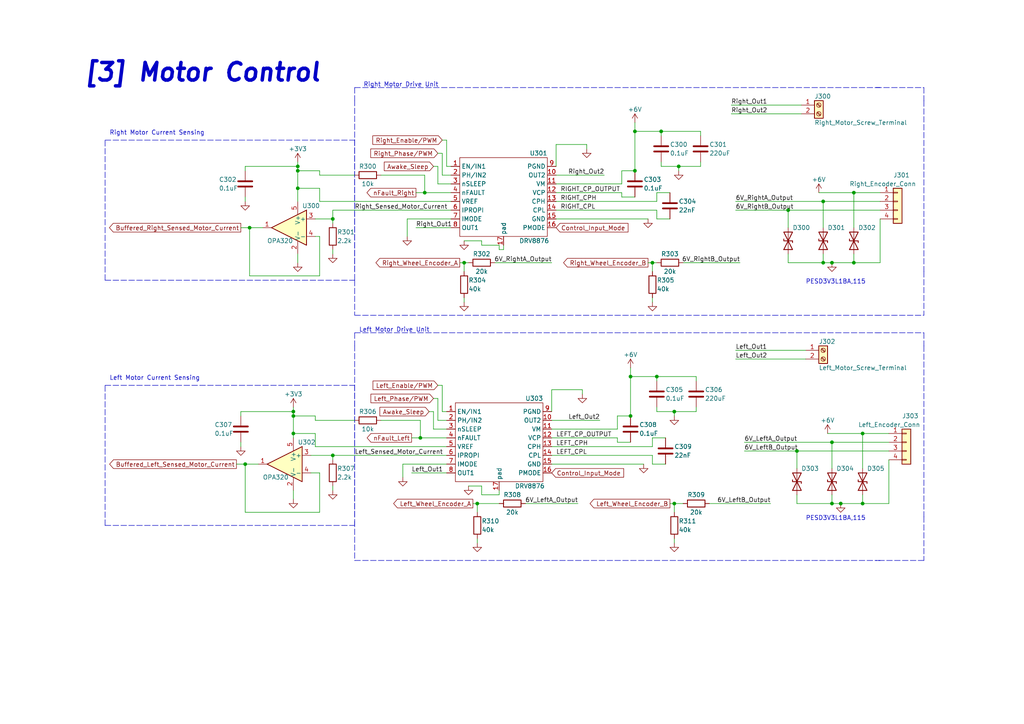
<source format=kicad_sch>
(kicad_sch (version 20231120) (generator "eeschema") (generator_version "8.0")
  (paper "A4")
  (lib_symbols
    (symbol "Amplifier_Operational:OPA330xxDBV" (pin_names (offset 0.127))
      (property "Reference" "U" (at -1.27 6.35 0))
      (property "Value" "OPA330xxDBV" (at -1.27 3.81 0))
      (symbol "OPA330xxDBV_0_1"
        (polyline (pts (xy -5.08 5.08) (xy 5.08 0) (xy -5.08 -5.08) (xy -5.08 5.08)) (stroke (width 0.254)) (fill (type background)))
        (pin power_in line (at -2.54 -7.62 90) (length 3.81) (name "V-") (number "2"))
        (pin power_in line (at -2.54 7.62 270) (length 3.81) (name "V+") (number "5"))
      )
      (symbol "OPA330xxDBV_1_1"
        (pin output line (at 7.62 0 180) (length 2.54) (name "~") (number "1"))
        (pin input line (at -7.62 2.54 0) (length 2.54) (name "+") (number "3"))
        (pin input line (at -7.62 -2.54 0) (length 2.54) (name "-") (number "4"))
      )
    )
    (symbol "Connector:Screw_Terminal_01x02" (pin_names (offset 1.016) hide)
      (property "Reference" "J" (at 0 2.54 0))
      (property "Value" "Screw_Terminal_01x02" (at 0 -5.08 0))
      (symbol "Screw_Terminal_01x02_1_1"
        (rectangle (start -1.27 1.27) (end 1.27 -3.81) (stroke (width 0.254)) (fill (type background)))
        (circle (center 0 -2.54) (radius 0.635) (stroke (width 0.1524)))
        (polyline (pts (xy -0.5334 -2.2098) (xy 0.3302 -3.048)) (stroke (width 0.1524)))
        (polyline (pts (xy -0.5334 0.3302) (xy 0.3302 -0.508)) (stroke (width 0.1524)))
        (polyline (pts (xy -0.3556 -2.032) (xy 0.508 -2.8702)) (stroke (width 0.1524)))
        (polyline (pts (xy -0.3556 0.508) (xy 0.508 -0.3302)) (stroke (width 0.1524)))
        (circle (center 0 0) (radius 0.635) (stroke (width 0.1524)))
        (pin passive line (at -5.08 0 0) (length 3.81) (name "Pin_1") (number "1"))
        (pin passive line (at -5.08 -2.54 0) (length 3.81) (name "Pin_2") (number "2"))
      )
    )
    (symbol "Connector_Generic:Conn_01x04" (pin_names (offset 1.016) hide)
      (property "Reference" "J" (at 0 5.08 0))
      (property "Value" "Conn_01x04" (at 0 -7.62 0))
      (symbol "Conn_01x04_1_1"
        (rectangle (start -1.27 -4.953) (end 0 -5.207) (stroke (width 0.1524)))
        (rectangle (start -1.27 -2.413) (end 0 -2.667) (stroke (width 0.1524)))
        (rectangle (start -1.27 0.127) (end 0 -0.127) (stroke (width 0.1524)))
        (rectangle (start -1.27 2.667) (end 0 2.413) (stroke (width 0.1524)))
        (rectangle (start -1.27 3.81) (end 1.27 -6.35) (stroke (width 0.254)) (fill (type background)))
        (pin passive line (at -5.08 2.54 0) (length 3.81) (name "Pin_1") (number "1"))
        (pin passive line (at -5.08 0 0) (length 3.81) (name "Pin_2") (number "2"))
        (pin passive line (at -5.08 -2.54 0) (length 3.81) (name "Pin_3") (number "3"))
        (pin passive line (at -5.08 -5.08 0) (length 3.81) (name "Pin_4") (number "4"))
      )
    )
    (symbol "DRV8876_1"
      (property "Reference" "U301" (at 10.16 11.43 0))
      (property "Value" "DRV8876_1" (at 8.89 -13.97 0))
      (symbol "DRV8876_1_0_0"
        (pin input line (at -15.24 7.62 0) (length 2.54) (name "EN/IN1") (number "1"))
        (pin output line (at 15.24 5.08 180) (length 2.54) (name "OUT2") (number "10"))
        (pin power_in line (at 15.24 2.54 180) (length 2.54) (name "VM") (number "11"))
        (pin power_out line (at 15.24 0 180) (length 2.54) (name "VCP") (number "12"))
        (pin power_out line (at 15.24 -2.54 180) (length 2.54) (name "CPH") (number "13"))
        (pin power_out line (at 15.24 -5.08 180) (length 2.54) (name "CPL") (number "14"))
        (pin power_in line (at 15.24 -7.62 180) (length 2.54) (name "GND") (number "15"))
        (pin tri_state line (at 15.24 -10.16 180) (length 2.54) (name "PMODE") (number "16"))
        (pin power_in line (at 0 -15.24 90) (length 2.54) (name "pad") (number "17"))
        (pin input line (at -15.24 5.08 0) (length 2.54) (name "PH/IN2") (number "2"))
        (pin input line (at -15.24 2.54 0) (length 2.54) (name "nSLEEP") (number "3"))
        (pin open_collector line (at -15.24 0 0) (length 2.54) (name "nFAULT") (number "4"))
        (pin input line (at -15.24 -2.54 0) (length 2.54) (name "VREF") (number "5"))
        (pin output line (at -15.24 -5.08 0) (length 2.54) (name "IPROPI") (number "6"))
        (pin input line (at -15.24 -7.62 0) (length 2.54) (name "IMODE") (number "7"))
        (pin output line (at -15.24 -10.16 0) (length 2.54) (name "OUT1") (number "8"))
        (pin power_in line (at 15.24 7.62 180) (length 2.54) (name "PGND") (number "9"))
      )
      (symbol "DRV8876_1_0_1"
        (rectangle (start -12.7 10.16) (end 12.7 -12.7))
      )
    )
    (symbol "Device:C" (pin_numbers hide) (pin_names (offset 0.254))
      (property "Reference" "C" (at 0.635 2.54 0))
      (property "Value" "C" (at 0.635 -2.54 0))
      (symbol "C_0_1"
        (polyline (pts (xy -2.032 -0.762) (xy 2.032 -0.762)) (stroke (width 0.508)))
        (polyline (pts (xy -2.032 0.762) (xy 2.032 0.762)) (stroke (width 0.508)))
      )
      (symbol "C_1_1"
        (pin passive line (at 0 3.81 270) (length 2.794) (name "~") (number "1"))
        (pin passive line (at 0 -3.81 90) (length 2.794) (name "~") (number "2"))
      )
    )
    (symbol "Device:D_TVS" (pin_numbers hide) (pin_names (offset 1.016) hide)
      (property "Reference" "D" (at 0 2.54 0))
      (property "Value" "D_TVS" (at 0 -2.54 0))
      (symbol "D_TVS_0_1"
        (polyline (pts (xy 1.27 0) (xy -1.27 0)))
        (polyline (pts (xy 0.508 1.27) (xy 0 1.27) (xy 0 -1.27) (xy -0.508 -1.27)) (stroke (width 0.254)))
        (polyline (pts (xy -2.54 1.27) (xy -2.54 -1.27) (xy 2.54 1.27) (xy 2.54 -1.27) (xy -2.54 1.27)) (stroke (width 0.254)))
      )
      (symbol "D_TVS_1_1"
        (pin passive line (at -3.81 0 0) (length 2.54) (name "A1") (number "1"))
        (pin passive line (at 3.81 0 180) (length 2.54) (name "A2") (number "2"))
      )
    )
    (symbol "Device:R" (pin_numbers hide) (pin_names (offset 0))
      (property "Reference" "R" (at 2.032 0 90))
      (property "Value" "R" (at 0 0 90))
      (symbol "R_0_1"
        (rectangle (start -1.016 -2.54) (end 1.016 2.54) (stroke (width 0.254)))
      )
      (symbol "R_1_1"
        (pin passive line (at 0 3.81 270) (length 1.27) (name "~") (number "1"))
        (pin passive line (at 0 -3.81 90) (length 1.27) (name "~") (number "2"))
      )
    )
    (symbol "Ghanis_Symbols_KiCad6:DRV8876"
      (property "Reference" "U303" (at 10.16 11.43 0))
      (property "Value" "DRV8876" (at 8.89 -13.97 0))
      (symbol "DRV8876_0_0"
        (pin input line (at -15.24 7.62 0) (length 2.54) (name "EN/IN1") (number "1"))
        (pin output line (at 15.24 5.08 180) (length 2.54) (name "OUT2") (number "10"))
        (pin power_in line (at 15.24 2.54 180) (length 2.54) (name "VM") (number "11"))
        (pin power_out line (at 15.24 0 180) (length 2.54) (name "VCP") (number "12"))
        (pin power_out line (at 15.24 -2.54 180) (length 2.54) (name "CPH") (number "13"))
        (pin power_out line (at 15.24 -5.08 180) (length 2.54) (name "CPL") (number "14"))
        (pin power_in line (at 15.24 -7.62 180) (length 2.54) (name "GND") (number "15"))
        (pin tri_state line (at 15.24 -10.16 180) (length 2.54) (name "PMODE") (number "16"))
        (pin power_in line (at 0 -15.24 90) (length 2.54) (name "pad") (number "17"))
        (pin input line (at -15.24 5.08 0) (length 2.54) (name "PH/IN2") (number "2"))
        (pin input line (at -15.24 2.54 0) (length 2.54) (name "nSLEEP") (number "3"))
        (pin open_collector line (at -15.24 0 0) (length 2.54) (name "nFAULT") (number "4"))
        (pin input line (at -15.24 -2.54 0) (length 2.54) (name "VREF") (number "5"))
        (pin output line (at -15.24 -5.08 0) (length 2.54) (name "IPROPI") (number "6"))
        (pin input line (at -15.24 -7.62 0) (length 2.54) (name "IMODE") (number "7"))
        (pin output line (at -15.24 -10.16 0) (length 2.54) (name "OUT1") (number "8"))
        (pin power_in line (at 15.24 7.62 180) (length 2.54) (name "PGND") (number "9"))
      )
      (symbol "DRV8876_0_1"
        (rectangle (start -12.7 10.16) (end 12.7 -12.7))
      )
    )
    (symbol "power:+3.3V" (power) (pin_names (offset 0))
      (property "Value" "+3.3V" (at 0 3.556 0))
      (symbol "+3.3V_0_1"
        (polyline (pts (xy -0.762 1.27) (xy 0 2.54)))
        (polyline (pts (xy 0 0) (xy 0 2.54)))
        (polyline (pts (xy 0 2.54) (xy 0.762 1.27)))
      )
      (symbol "+3.3V_1_1"
        (pin power_in line (at 0 0 90) (length 0) hide (name "+3V3") (number "1"))
      )
    )
    (symbol "power:+6V" (power) (pin_names (offset 0))
      (property "Value" "+6V" (at 0 3.556 0))
      (symbol "+6V_0_1"
        (polyline (pts (xy -0.762 1.27) (xy 0 2.54)))
        (polyline (pts (xy 0 0) (xy 0 2.54)))
        (polyline (pts (xy 0 2.54) (xy 0.762 1.27)))
      )
      (symbol "+6V_1_1"
        (pin power_in line (at 0 0 90) (length 0) hide (name "+6V") (number "1"))
      )
    )
    (symbol "power:GND" (power) (pin_names (offset 0))
      (property "Value" "GND" (at 0 -3.81 0))
      (symbol "GND_0_1"
        (polyline (pts (xy 0 0) (xy 0 -1.27) (xy 1.27 -1.27) (xy 0 -2.54) (xy -1.27 -1.27) (xy 0 -1.27)))
      )
      (symbol "GND_1_1"
        (pin power_in line (at 0 0 270) (length 0) hide (name "GND") (number "1"))
      )
    )
  )
  (junction (at 228.6 60.96))
  (junction (at 241.3 128.27))
  (junction (at 243.84 146.05))
  (junction (at 71.12 134.62))
  (junction (at 123.19 55.88))
  (junction (at 241.3 76.2))
  (junction (at 85.09 119.38))
  (junction (at 189.23 76.2))
  (junction (at 182.88 120.65))
  (junction (at 96.52 132.08))
  (junction (at 85.09 120.65))
  (junction (at 134.62 76.2))
  (junction (at 250.19 125.73))
  (junction (at 238.76 76.2))
  (junction (at 196.85 48.26))
  (junction (at 190.5 109.22))
  (junction (at 86.36 49.53))
  (junction (at 121.92 127))
  (junction (at 231.14 130.81))
  (junction (at 241.3 146.05))
  (junction (at 195.58 119.38))
  (junction (at 250.19 146.05))
  (junction (at 247.65 55.88))
  (junction (at 195.58 146.05))
  (junction (at 96.52 63.5))
  (junction (at 138.43 146.05))
  (junction (at 184.15 49.53))
  (junction (at 86.36 48.26))
  (junction (at 184.15 38.1))
  (junction (at 182.88 109.22))
  (junction (at 85.09 125.73))
  (junction (at 238.76 58.42))
  (junction (at 191.77 38.1))
  (junction (at 72.39 66.04))
  (junction (at 86.36 54.61))
  (junction (at 247.65 76.2))
  (wire (pts (xy 170.18 41.91) (xy 170.18 43.18)))
  (wire (pts (xy 184.15 35.56) (xy 184.15 38.1)))
  (wire (pts (xy 71.12 134.62) (xy 74.93 134.62)))
  (wire (pts (xy 134.62 87.63) (xy 134.62 86.36)))
  (wire (pts (xy 129.54 48.26) (xy 130.81 48.26)))
  (wire (pts (xy 144.78 142.24) (xy 144.78 143.51)))
  (wire (pts (xy 130.81 58.42) (xy 92.71 58.42)))
  (wire (pts (xy 195.58 146.05) (xy 198.12 146.05)))
  (wire (pts (xy 191.77 46.99) (xy 191.77 48.26)))
  (wire (pts (xy 127 53.34) (xy 130.81 53.34)))
  (polyline (pts (xy 267.97 96.52) (xy 267.97 100.33)) (stroke (width 0) (type dash)))
  (wire (pts (xy 160.02 129.54) (xy 189.23 129.54)))
  (wire (pts (xy 128.27 50.8) (xy 128.27 44.45)))
  (wire (pts (xy 92.71 68.58) (xy 92.71 80.01)))
  (wire (pts (xy 228.6 60.96) (xy 255.27 60.96)))
  (wire (pts (xy 123.19 55.88) (xy 130.81 55.88)))
  (wire (pts (xy 228.6 60.96) (xy 228.6 66.04)))
  (wire (pts (xy 127 44.45) (xy 128.27 44.45)))
  (wire (pts (xy 180.34 55.88) (xy 180.34 57.15)))
  (polyline (pts (xy 30.48 111.76) (xy 102.87 111.76)) (stroke (width 0) (type dash)))
  (wire (pts (xy 86.36 54.61) (xy 86.36 58.42)))
  (wire (pts (xy 182.88 106.68) (xy 182.88 109.22)))
  (wire (pts (xy 119.38 137.16) (xy 129.54 137.16)))
  (wire (pts (xy 161.29 50.8) (xy 175.26 50.8)))
  (wire (pts (xy 238.76 58.42) (xy 255.27 58.42)))
  (wire (pts (xy 120.65 66.04) (xy 130.81 66.04)))
  (wire (pts (xy 85.09 119.38) (xy 85.09 120.65)))
  (wire (pts (xy 195.58 146.05) (xy 195.58 148.59)))
  (wire (pts (xy 190.5 109.22) (xy 182.88 109.22)))
  (wire (pts (xy 160.02 121.92) (xy 173.99 121.92)))
  (wire (pts (xy 91.44 129.54) (xy 91.44 125.73)))
  (wire (pts (xy 228.6 73.66) (xy 228.6 76.2)))
  (polyline (pts (xy 267.97 162.56) (xy 254 162.56)) (stroke (width 0) (type dash)))
  (wire (pts (xy 69.85 129.54) (xy 69.85 128.27)))
  (polyline (pts (xy 102.87 162.56) (xy 255.27 162.56)) (stroke (width 0) (type dash)))
  (wire (pts (xy 241.3 143.51) (xy 241.3 146.05)))
  (wire (pts (xy 144.78 72.39) (xy 146.05 72.39)))
  (wire (pts (xy 160.02 132.08) (xy 189.23 132.08)))
  (wire (pts (xy 189.23 134.62) (xy 193.04 134.62)))
  (wire (pts (xy 90.17 132.08) (xy 96.52 132.08)))
  (wire (pts (xy 195.58 119.38) (xy 195.58 120.65)))
  (wire (pts (xy 189.23 76.2) (xy 189.23 78.74)))
  (wire (pts (xy 179.07 120.65) (xy 179.07 124.46)))
  (wire (pts (xy 127 48.26) (xy 127 53.34)))
  (wire (pts (xy 190.5 63.5) (xy 194.31 63.5)))
  (wire (pts (xy 247.65 76.2) (xy 241.3 76.2)))
  (wire (pts (xy 196.85 48.26) (xy 196.85 49.53)))
  (wire (pts (xy 91.44 120.65) (xy 85.09 120.65)))
  (wire (pts (xy 92.71 148.59) (xy 71.12 148.59)))
  (wire (pts (xy 250.19 125.73) (xy 250.19 135.89)))
  (polyline (pts (xy 267.97 29.21) (xy 267.97 78.74)) (stroke (width 0) (type dash)))
  (wire (pts (xy 129.54 119.38) (xy 128.27 119.38)))
  (polyline (pts (xy 254 91.44) (xy 267.97 91.44)) (stroke (width 0) (type dash)))
  (wire (pts (xy 161.29 63.5) (xy 187.96 63.5)))
  (polyline (pts (xy 102.87 96.52) (xy 102.87 100.33)) (stroke (width 0) (type dash)))
  (wire (pts (xy 121.92 127) (xy 129.54 127)))
  (wire (pts (xy 125.73 115.57) (xy 127 115.57)))
  (wire (pts (xy 127 121.92) (xy 129.54 121.92)))
  (wire (pts (xy 240.03 125.73) (xy 250.19 125.73)))
  (wire (pts (xy 231.14 146.05) (xy 241.3 146.05)))
  (wire (pts (xy 137.16 146.05) (xy 138.43 146.05)))
  (wire (pts (xy 255.27 63.5) (xy 255.27 76.2)))
  (wire (pts (xy 180.34 49.53) (xy 184.15 49.53)))
  (polyline (pts (xy 102.87 151.13) (xy 102.87 162.56)) (stroke (width 0) (type dash)))
  (wire (pts (xy 96.52 72.39) (xy 96.52 73.66)))
  (wire (pts (xy 127 115.57) (xy 127 121.92)))
  (wire (pts (xy 238.76 73.66) (xy 238.76 76.2)))
  (wire (pts (xy 160.02 119.38) (xy 160.02 113.03)))
  (wire (pts (xy 190.5 58.42) (xy 190.5 55.88)))
  (wire (pts (xy 215.9 130.81) (xy 231.14 130.81)))
  (wire (pts (xy 161.29 53.34) (xy 180.34 53.34)))
  (wire (pts (xy 179.07 128.27) (xy 182.88 128.27)))
  (wire (pts (xy 135.89 140.97) (xy 139.7 140.97)))
  (wire (pts (xy 96.52 140.97) (xy 96.52 142.24)))
  (wire (pts (xy 91.44 129.54) (xy 129.54 129.54)))
  (wire (pts (xy 96.52 60.96) (xy 130.81 60.96)))
  (wire (pts (xy 161.29 60.96) (xy 190.5 60.96)))
  (polyline (pts (xy 254 25.4) (xy 267.97 25.4)) (stroke (width 0) (type dash)))
  (polyline (pts (xy 102.87 40.64) (xy 102.87 81.28)) (stroke (width 0) (type dash)))
  (wire (pts (xy 144.78 71.12) (xy 144.78 72.39)))
  (wire (pts (xy 102.87 50.8) (xy 92.71 50.8)))
  (polyline (pts (xy 254 96.52) (xy 267.97 96.52)) (stroke (width 0) (type dash)))
  (wire (pts (xy 212.09 30.48) (xy 232.41 30.48)))
  (wire (pts (xy 238.76 76.2) (xy 241.3 76.2)))
  (wire (pts (xy 71.12 48.26) (xy 86.36 48.26)))
  (wire (pts (xy 110.49 50.8) (xy 123.19 50.8)))
  (wire (pts (xy 116.84 134.62) (xy 116.84 138.43)))
  (wire (pts (xy 168.91 113.03) (xy 168.91 114.3)))
  (wire (pts (xy 212.09 33.02) (xy 232.41 33.02)))
  (wire (pts (xy 241.3 128.27) (xy 257.81 128.27)))
  (wire (pts (xy 241.3 128.27) (xy 241.3 135.89)))
  (polyline (pts (xy 102.87 25.4) (xy 102.87 29.21)) (stroke (width 0) (type dash)))
  (wire (pts (xy 69.85 119.38) (xy 85.09 119.38)))
  (wire (pts (xy 123.19 50.8) (xy 123.19 55.88)))
  (polyline (pts (xy 102.87 96.52) (xy 255.27 96.52)) (stroke (width 0) (type dash)))
  (wire (pts (xy 68.58 134.62) (xy 71.12 134.62)))
  (wire (pts (xy 201.93 110.49) (xy 201.93 109.22)))
  (wire (pts (xy 190.5 109.22) (xy 201.93 109.22)))
  (wire (pts (xy 241.3 146.05) (xy 243.84 146.05)))
  (wire (pts (xy 161.29 58.42) (xy 190.5 58.42)))
  (wire (pts (xy 194.31 146.05) (xy 195.58 146.05)))
  (polyline (pts (xy 102.87 78.74) (xy 102.87 29.21)) (stroke (width 0) (type dash)))
  (wire (pts (xy 91.44 121.92) (xy 102.87 121.92)))
  (wire (pts (xy 146.05 72.39) (xy 146.05 71.12)))
  (polyline (pts (xy 102.87 81.28) (xy 102.87 91.44)) (stroke (width 0) (type dash)))
  (wire (pts (xy 96.52 133.35) (xy 96.52 132.08)))
  (wire (pts (xy 85.09 142.24) (xy 85.09 144.78)))
  (wire (pts (xy 189.23 127) (xy 193.04 127)))
  (wire (pts (xy 133.35 76.2) (xy 134.62 76.2)))
  (wire (pts (xy 160.02 113.03) (xy 168.91 113.03)))
  (wire (pts (xy 182.88 109.22) (xy 182.88 120.65)))
  (wire (pts (xy 92.71 80.01) (xy 72.39 80.01)))
  (wire (pts (xy 223.52 146.05) (xy 205.74 146.05)))
  (polyline (pts (xy 267.97 78.74) (xy 267.97 91.44)) (stroke (width 0) (type dash)))
  (wire (pts (xy 250.19 143.51) (xy 250.19 146.05)))
  (wire (pts (xy 116.84 134.62) (xy 129.54 134.62)))
  (wire (pts (xy 92.71 54.61) (xy 92.71 58.42)))
  (wire (pts (xy 238.76 58.42) (xy 238.76 66.04)))
  (polyline (pts (xy 102.87 149.86) (xy 102.87 100.33)) (stroke (width 0) (type dash)))
  (wire (pts (xy 191.77 38.1) (xy 203.2 38.1)))
  (wire (pts (xy 118.11 63.5) (xy 130.81 63.5)))
  (wire (pts (xy 91.44 63.5) (xy 96.52 63.5)))
  (wire (pts (xy 119.38 127) (xy 121.92 127)))
  (polyline (pts (xy 30.48 152.4) (xy 30.48 111.76)) (stroke (width 0) (type dash)))
  (wire (pts (xy 86.36 48.26) (xy 86.36 49.53)))
  (polyline (pts (xy 30.48 40.64) (xy 102.87 40.64)) (stroke (width 0) (type dash)))
  (wire (pts (xy 138.43 146.05) (xy 144.78 146.05)))
  (polyline (pts (xy 30.48 152.4) (xy 102.87 152.4)) (stroke (width 0) (type dash)))
  (wire (pts (xy 196.85 48.26) (xy 203.2 48.26)))
  (wire (pts (xy 161.29 48.26) (xy 161.29 41.91)))
  (wire (pts (xy 144.78 143.51) (xy 139.7 143.51)))
  (wire (pts (xy 191.77 48.26) (xy 196.85 48.26)))
  (wire (pts (xy 139.7 143.51) (xy 139.7 140.97)))
  (wire (pts (xy 180.34 49.53) (xy 180.34 53.34)))
  (wire (pts (xy 125.73 124.46) (xy 125.73 119.38)))
  (wire (pts (xy 130.81 50.8) (xy 128.27 50.8)))
  (wire (pts (xy 72.39 80.01) (xy 72.39 66.04)))
  (polyline (pts (xy 30.48 81.28) (xy 30.48 40.64)) (stroke (width 0) (type dash)))
  (wire (pts (xy 255.27 76.2) (xy 247.65 76.2)))
  (polyline (pts (xy 102.87 111.76) (xy 102.87 152.4)) (stroke (width 0) (type dash)))
  (wire (pts (xy 190.5 60.96) (xy 190.5 63.5)))
  (wire (pts (xy 237.49 55.88) (xy 247.65 55.88)))
  (wire (pts (xy 195.58 157.48) (xy 195.58 156.21)))
  (wire (pts (xy 213.36 58.42) (xy 238.76 58.42)))
  (wire (pts (xy 129.54 40.64) (xy 129.54 48.26)))
  (wire (pts (xy 110.49 121.92) (xy 121.92 121.92)))
  (wire (pts (xy 160.02 124.46) (xy 179.07 124.46)))
  (wire (pts (xy 86.36 73.66) (xy 86.36 76.2)))
  (wire (pts (xy 203.2 46.99) (xy 203.2 48.26)))
  (wire (pts (xy 124.46 119.38) (xy 125.73 119.38)))
  (wire (pts (xy 69.85 66.04) (xy 72.39 66.04)))
  (wire (pts (xy 72.39 66.04) (xy 76.2 66.04)))
  (wire (pts (xy 214.63 76.2) (xy 198.12 76.2)))
  (wire (pts (xy 120.65 55.88) (xy 123.19 55.88)))
  (wire (pts (xy 213.36 104.14) (xy 233.68 104.14)))
  (wire (pts (xy 247.65 73.66) (xy 247.65 76.2)))
  (wire (pts (xy 231.14 130.81) (xy 231.14 135.89)))
  (wire (pts (xy 127 111.76) (xy 128.27 111.76)))
  (wire (pts (xy 85.09 125.73) (xy 91.44 125.73)))
  (wire (pts (xy 96.52 64.77) (xy 96.52 63.5)))
  (wire (pts (xy 179.07 120.65) (xy 182.88 120.65)))
  (wire (pts (xy 71.12 49.53) (xy 71.12 48.26)))
  (wire (pts (xy 189.23 132.08) (xy 189.23 134.62)))
  (wire (pts (xy 191.77 39.37) (xy 191.77 38.1)))
  (polyline (pts (xy 267.97 100.33) (xy 267.97 149.86)) (stroke (width 0) (type dash)))
  (wire (pts (xy 85.09 125.73) (xy 85.09 127)))
  (wire (pts (xy 128.27 40.64) (xy 129.54 40.64)))
  (wire (pts (xy 86.36 54.61) (xy 92.71 54.61)))
  (wire (pts (xy 92.71 137.16) (xy 92.71 148.59)))
  (wire (pts (xy 179.07 127) (xy 179.07 128.27)))
  (polyline (pts (xy 102.87 25.4) (xy 255.27 25.4)) (stroke (width 0) (type dash)))
  (wire (pts (xy 167.64 146.05) (xy 152.4 146.05)))
  (wire (pts (xy 203.2 39.37) (xy 203.2 38.1)))
  (wire (pts (xy 231.14 143.51) (xy 231.14 146.05)))
  (wire (pts (xy 190.5 55.88) (xy 194.31 55.88)))
  (wire (pts (xy 134.62 76.2) (xy 135.89 76.2)))
  (wire (pts (xy 189.23 87.63) (xy 189.23 86.36)))
  (polyline (pts (xy 30.48 81.28) (xy 102.87 81.28)) (stroke (width 0) (type dash)))
  (wire (pts (xy 187.96 76.2) (xy 189.23 76.2)))
  (wire (pts (xy 190.5 110.49) (xy 190.5 109.22)))
  (wire (pts (xy 91.44 121.92) (xy 91.44 120.65)))
  (wire (pts (xy 215.9 128.27) (xy 241.3 128.27)))
  (wire (pts (xy 247.65 55.88) (xy 247.65 66.04)))
  (wire (pts (xy 257.81 146.05) (xy 250.19 146.05)))
  (wire (pts (xy 86.36 49.53) (xy 92.71 49.53)))
  (wire (pts (xy 96.52 132.08) (xy 129.54 132.08)))
  (wire (pts (xy 213.36 101.6) (xy 233.68 101.6)))
  (wire (pts (xy 118.11 63.5) (xy 118.11 68.58)))
  (wire (pts (xy 228.6 76.2) (xy 238.76 76.2)))
  (wire (pts (xy 69.85 120.65) (xy 69.85 119.38)))
  (wire (pts (xy 128.27 119.38) (xy 128.27 111.76)))
  (wire (pts (xy 85.09 120.65) (xy 85.09 125.73)))
  (wire (pts (xy 86.36 46.99) (xy 86.36 48.26)))
  (wire (pts (xy 190.5 118.11) (xy 190.5 119.38)))
  (wire (pts (xy 125.73 48.26) (xy 127 48.26)))
  (wire (pts (xy 86.36 49.53) (xy 86.36 54.61)))
  (wire (pts (xy 90.17 137.16) (xy 92.71 137.16)))
  (wire (pts (xy 190.5 119.38) (xy 195.58 119.38)))
  (wire (pts (xy 85.09 118.11) (xy 85.09 119.38)))
  (wire (pts (xy 247.65 55.88) (xy 255.27 55.88)))
  (wire (pts (xy 160.02 134.62) (xy 186.69 134.62)))
  (wire (pts (xy 257.81 133.35) (xy 257.81 146.05)))
  (wire (pts (xy 139.7 69.85) (xy 139.7 71.12)))
  (wire (pts (xy 138.43 146.05) (xy 138.43 148.59)))
  (wire (pts (xy 161.29 55.88) (xy 180.34 55.88)))
  (wire (pts (xy 161.29 41.91) (xy 170.18 41.91)))
  (wire (pts (xy 250.19 146.05) (xy 243.84 146.05)))
  (wire (pts (xy 231.14 130.81) (xy 257.81 130.81)))
  (wire (pts (xy 134.62 69.85) (xy 139.7 69.85)))
  (wire (pts (xy 189.23 129.54) (xy 189.23 127)))
  (wire (pts (xy 160.02 76.2) (xy 143.51 76.2)))
  (polyline (pts (xy 267.97 25.4) (xy 267.97 29.21)) (stroke (width 0) (type dash)))
  (wire (pts (xy 71.12 148.59) (xy 71.12 134.62)))
  (wire (pts (xy 92.71 50.8) (xy 92.71 49.53)))
  (wire (pts (xy 71.12 58.42) (xy 71.12 57.15)))
  (polyline (pts (xy 267.97 149.86) (xy 267.97 162.56)) (stroke (width 0) (type dash)))
  (wire (pts (xy 184.15 38.1) (xy 184.15 49.53)))
  (wire (pts (xy 96.52 60.96) (xy 96.52 63.5)))
  (wire (pts (xy 160.02 127) (xy 179.07 127)))
  (wire (pts (xy 129.54 124.46) (xy 125.73 124.46)))
  (wire (pts (xy 121.92 121.92) (xy 121.92 127)))
  (wire (pts (xy 195.58 119.38) (xy 201.93 119.38)))
  (polyline (pts (xy 102.87 91.44) (xy 255.27 91.44)) (stroke (width 0) (type dash)))
  (wire (pts (xy 138.43 157.48) (xy 138.43 156.21)))
  (wire (pts (xy 180.34 57.15) (xy 184.15 57.15)))
  (wire (pts (xy 134.62 76.2) (xy 134.62 78.74)))
  (wire (pts (xy 189.23 76.2) (xy 190.5 76.2)))
  (wire (pts (xy 91.44 68.58) (xy 92.71 68.58)))
  (wire (pts (xy 201.93 118.11) (xy 201.93 119.38)))
  (wire (pts (xy 191.77 38.1) (xy 184.15 38.1)))
  (wire (pts (xy 250.19 125.73) (xy 257.81 125.73)))
  (wire (pts (xy 139.7 71.12) (xy 144.78 71.12)))
  (wire (pts (xy 213.36 60.96) (xy 228.6 60.96)))
  (text "PESD3V3L1BA,115" (at 233.68 82.55 0) (effects (font (size 1.27 1.27)) (justify left bottom)))
  (text "Left Motor Drive Unit" (at 104.14 96.52 0) (effects (font (size 1.27 1.27)) (justify left bottom)))
  (text "Right Motor Current Sensing" (at 31.75 39.37 0) (effects (font (size 1.27 1.27)) (justify left bottom)))
  (text "Right Motor Drive Unit" (at 105.41 25.4 0) (effects (font (size 1.27 1.27)) (justify left bottom)))
  (text "PESD3V3L1BA,115" (at 233.68 151.13 0) (effects (font (size 1.27 1.27)) (justify left bottom)))
  (text "[3] Motor Control" (at 24.13 24.13 0) (effects (font (size 5.08 5.08) (thickness 1.016) (bold yes) (italic yes)) (justify left bottom)))
  (text "Left Motor Current Sensing" (at 31.75 110.49 0) (effects (font (size 1.27 1.27)) (justify left bottom)))
  (label "Left_Out1" (at 213.36 101.6 0))
  (label "6V_LeftB_Output" (at 223.52 146.05 180))
  (label "Right_Out2" (at 212.09 33.02 0))
  (label "RIGHT_CPL" (at 162.56 60.96 0))
  (label "LEFT_CP_OUTPUT" (at 161.29 127 0))
  (label "Left_Out2" (at 213.36 104.14 0))
  (label "6V_RightA_Output" (at 213.36 58.42 0))
  (label "6V_LeftA_Output" (at 215.9 128.27 0))
  (label "LEFT_CPL" (at 161.29 132.08 0))
  (label "6V_LeftA_Output" (at 167.64 146.05 180))
  (label "RIGHT_CPH" (at 162.56 58.42 0))
  (label "Right_Sensed_Motor_Current" (at 102.87 60.96 0))
  (label "6V_RightB_Output" (at 214.63 76.2 180))
  (label "6V_RightA_Output" (at 160.02 76.2 180))
  (label "Left_Out1" (at 119.38 137.16 0))
  (label "Left_Out2" (at 173.99 121.92 180))
  (label "Right_Out2" (at 175.26 50.8 180))
  (label "LEFT_CPH" (at 161.29 129.54 0))
  (label "6V_LeftB_Output" (at 215.9 130.81 0))
  (label "Right_Out1" (at 120.65 66.04 0))
  (label "Right_Out1" (at 212.09 30.48 0))
  (label "6V_RightB_Output" (at 213.36 60.96 0))
  (label "Left_Sensed_Motor_Current" (at 102.87 132.08 0))
  (label "RIGHT_CP_OUTPUT" (at 162.56 55.88 0))
  (global_label "Buffered_Right_Sensed_Motor_Current" (shape output) (at 69.85 66.04 180) (property "Intersheetrefs" "${INTERSHEET_REFS}" (effects (hide yes))))
  (global_label "Left_Wheel_Encoder_B" (shape output) (at 194.31 146.05 180) (property "Intersheetrefs" "${INTERSHEET_REFS}" (effects (hide yes))))
  (global_label "Right_Enable{slash}PWM" (shape input) (at 128.27 40.64 180) (property "Intersheetrefs" "${INTERSHEET_REFS}" (effects (hide yes))))
  (global_label "Right_Phase{slash}PWM" (shape input) (at 127 44.45 180) (property "Intersheetrefs" "${INTERSHEET_REFS}" (effects (hide yes))))
  (global_label "nFault_Left" (shape output) (at 119.38 127 180) (property "Intersheetrefs" "${INTERSHEET_REFS}" (effects (hide yes))))
  (global_label "Control_Input_Mode" (shape input) (at 160.02 137.16 0) (property "Intersheetrefs" "${INTERSHEET_REFS}" (effects (hide yes))))
  (global_label "Control_Input_Mode" (shape input) (at 161.29 66.04 0) (property "Intersheetrefs" "${INTERSHEET_REFS}" (effects (hide yes))))
  (global_label "Awake_Sleep" (shape input) (at 124.46 119.38 180) (property "Intersheetrefs" "${INTERSHEET_REFS}" (effects (hide yes))))
  (global_label "Buffered_Left_Sensed_Motor_Current" (shape output) (at 68.58 134.62 180) (property "Intersheetrefs" "${INTERSHEET_REFS}" (effects (hide yes))))
  (global_label "Right_Wheel_Encoder_A" (shape output) (at 133.35 76.2 180) (property "Intersheetrefs" "${INTERSHEET_REFS}" (effects (hide yes))))
  (global_label "Left_Enable{slash}PWM" (shape input) (at 127 111.76 180) (property "Intersheetrefs" "${INTERSHEET_REFS}" (effects (hide yes))))
  (global_label "Right_Wheel_Encoder_B" (shape output) (at 187.96 76.2 180) (property "Intersheetrefs" "${INTERSHEET_REFS}" (effects (hide yes))))
  (global_label "Left_Wheel_Encoder_A" (shape output) (at 137.16 146.05 180) (property "Intersheetrefs" "${INTERSHEET_REFS}" (effects (hide yes))))
  (global_label "Left_Phase{slash}PWM" (shape input) (at 125.73 115.57 180) (property "Intersheetrefs" "${INTERSHEET_REFS}" (effects (hide yes))))
  (global_label "nFault_Right" (shape output) (at 120.65 55.88 180) (property "Intersheetrefs" "${INTERSHEET_REFS}" (effects (hide yes))))
  (global_label "Awake_Sleep" (shape input) (at 125.73 48.26 180) (property "Intersheetrefs" "${INTERSHEET_REFS}" (effects (hide yes))))
  (symbol (lib_id "power:GND") (at 71.12 58.42 0) (unit 1)
    (property "Reference" "#PWR0132" (effects (hide yes)))
    (property "Value" "GND" (effects (hide yes)))
  )
  (symbol (lib_id "Device:R") (at 96.52 137.16 0) (unit 1)
    (property "Reference" "R307" (at 97.79 135.89 0) (effects (justify left)))
    (property "Value" "2.2k" (at 97.79 138.43 0) (effects (justify left)))
    (property "Footprint" "Resistor_SMD:R_0603_1608Metric" (effects (hide yes)))
  )
  (symbol (lib_id "power:GND") (at 196.85 49.53 0) (mirror y) (unit 1)
    (property "Reference" "#PWR0155" (effects (hide yes)))
    (property "Value" "GND" (effects (hide yes)))
  )
  (symbol (lib_id "Device:R") (at 189.23 82.55 180) (unit 1)
    (property "Reference" "R305" (at 190.5 81.28 0) (effects (justify right)))
    (property "Value" "40k" (at 190.5 83.82 0) (effects (justify right)))
    (property "Footprint" "Resistor_SMD:R_0603_1608Metric" (effects (hide yes)))
  )
  (symbol (lib_id "power:GND") (at 138.43 157.48 0) (unit 1)
    (property "Reference" "#PWR0150" (effects (hide yes)))
    (property "Value" "GND" (effects (hide yes)))
  )
  (symbol (lib_id "Device:C") (at 201.93 114.3 0) (unit 1)
    (property "Reference" "C306" (at 204.47 113.03 0) (effects (justify left)))
    (property "Value" "220uF" (at 204.47 115.57 0) (effects (justify left)))
    (property "Footprint" "Capacitor_THT:CP_Radial_D5.0mm_P2.50mm" (effects (hide yes)))
  )
  (symbol (lib_id "Device:C") (at 71.12 53.34 0) (unit 1)
    (property "Reference" "C302" (at 63.5 52.07 0) (effects (justify left)))
    (property "Value" "0.1uF" (at 63.5 54.61 0) (effects (justify left)))
    (property "Footprint" "Capacitor_SMD:C_0603_1608Metric" (effects (hide yes)))
  )
  (symbol (lib_id "Amplifier_Operational:OPA330xxDBV") (at 83.82 66.04 0) (mirror y) (unit 1)
    (property "Reference" "U300" (at 87.63 59.69 0) (effects (justify right)))
    (property "Value" "OPA320" (at 77.47 69.85 0) (effects (justify right)))
    (property "Footprint" "Package_TO_SOT_SMD:SOT-23-5" (effects (hide yes)))
    (property "Datasheet" "http://www.ti.com/lit/ds/symlink/opa330.pdf" (effects (hide yes)))
  )
  (symbol (lib_name "DRV8876_1") (lib_id "Ghanis_Symbols_KiCad6:DRV8876") (at 146.05 55.88 0) (unit 1)
    (property "Reference" "U301" (at 156.21 44.45 0))
    (property "Value" "DRV8876" (at 154.94 69.85 0))
    (property "Footprint" "Package_SO:HTSSOP-16-1EP_4.4x5mm_P0.65mm_EP3.4x5mm_Mask2.46x2.31mm_ThermalVias" (effects (hide yes)))
  )
  (symbol (lib_id "Device:R") (at 134.62 82.55 180) (unit 1)
    (property "Reference" "R304" (at 135.89 81.28 0) (effects (justify right)))
    (property "Value" "40k" (at 135.89 83.82 0) (effects (justify right)))
    (property "Footprint" "Resistor_SMD:R_0603_1608Metric" (effects (hide yes)))
  )
  (symbol (lib_id "power:+6V") (at 237.49 55.88 0) (unit 1)
    (property "Reference" "#PWR0154" (effects (hide yes)))
    (property "Value" "+6V" (at 237.49 52.07 0))
  )
  (symbol (lib_id "Connector:Screw_Terminal_01x02") (at 238.76 101.6 0) (unit 1)
    (property "Reference" "J302" (at 237.49 99.06 0) (effects (justify left)))
    (property "Value" "Left_Motor_Screw_Terminal" (at 237.49 106.68 0) (effects (justify left)))
    (property "Footprint" "TerminalBlock:TerminalBlock_bornier-2_P5.08mm" (effects (hide yes)))
  )
  (symbol (lib_id "Device:D_TVS") (at 231.14 139.7 90) (unit 1)
    (property "Reference" "D303" (at 232.41 135.89 90) (effects (justify right)))
    (property "Value" "PESD3V3L1BA,115" (effects (hide yes)))
    (property "Footprint" "Diode_SMD:D_SOD-323" (effects (hide yes)))
  )
  (symbol (lib_id "Device:D_TVS") (at 250.19 139.7 90) (unit 1)
    (property "Reference" "D305" (at 251.46 135.89 90) (effects (justify right)))
    (property "Value" "PESD3V3L1BA,115" (effects (hide yes)))
    (property "Footprint" "Diode_SMD:D_SOD-323" (effects (hide yes)))
  )
  (symbol (lib_id "Device:C") (at 184.15 53.34 0) (unit 1)
    (property "Reference" "C303" (at 186.69 52.07 0) (effects (justify left)))
    (property "Value" "0.1uF" (at 186.69 54.61 0) (effects (justify left)))
    (property "Footprint" "Capacitor_SMD:C_0603_1608Metric" (effects (hide yes)))
  )
  (symbol (lib_id "Device:R") (at 201.93 146.05 90) (unit 1)
    (property "Reference" "R309" (at 201.93 143.51 90))
    (property "Value" "20k" (at 201.93 148.59 90))
    (property "Footprint" "Resistor_SMD:R_0603_1608Metric" (effects (hide yes)))
  )
  (symbol (lib_id "power:GND") (at 168.91 114.3 0) (unit 1)
    (property "Reference" "#PWR0140" (effects (hide yes)))
    (property "Value" "GND" (effects (hide yes)))
  )
  (symbol (lib_id "Device:R") (at 195.58 152.4 180) (unit 1)
    (property "Reference" "R311" (at 196.85 151.13 0) (effects (justify right)))
    (property "Value" "40k" (at 196.85 153.67 0) (effects (justify right)))
    (property "Footprint" "Resistor_SMD:R_0603_1608Metric" (effects (hide yes)))
  )
  (symbol (lib_id "power:GND") (at 86.36 76.2 0) (unit 1)
    (property "Reference" "#PWR0133" (effects (hide yes)))
    (property "Value" "GND" (effects (hide yes)))
  )
  (symbol (lib_id "power:GND") (at 69.85 129.54 0) (unit 1)
    (property "Reference" "#PWR0144" (effects (hide yes)))
    (property "Value" "GND" (effects (hide yes)))
  )
  (symbol (lib_id "Device:R") (at 194.31 76.2 90) (unit 1)
    (property "Reference" "R303" (at 194.31 73.66 90))
    (property "Value" "20k" (at 194.31 78.74 90))
    (property "Footprint" "Resistor_SMD:R_0603_1608Metric" (effects (hide yes)))
  )
  (symbol (lib_id "Device:R") (at 138.43 152.4 180) (unit 1)
    (property "Reference" "R310" (at 139.7 151.13 0) (effects (justify right)))
    (property "Value" "40k" (at 139.7 153.67 0) (effects (justify right)))
    (property "Footprint" "Resistor_SMD:R_0603_1608Metric" (effects (hide yes)))
  )
  (symbol (lib_id "Connector:Screw_Terminal_01x02") (at 237.49 30.48 0) (unit 1)
    (property "Reference" "J300" (at 236.22 27.94 0) (effects (justify left)))
    (property "Value" "Right_Motor_Screw_Terminal" (at 236.22 35.56 0) (effects (justify left)))
    (property "Footprint" "TerminalBlock:TerminalBlock_bornier-2_P5.08mm" (effects (hide yes)))
  )
  (symbol (lib_id "power:GND") (at 189.23 87.63 0) (unit 1)
    (property "Reference" "#PWR0156" (effects (hide yes)))
    (property "Value" "GND" (effects (hide yes)))
  )
  (symbol (lib_id "Device:C") (at 191.77 43.18 0) (unit 1)
    (property "Reference" "C300" (at 194.31 41.91 0) (effects (justify left)))
    (property "Value" "0.1uF" (at 194.31 44.45 0) (effects (justify left)))
    (property "Footprint" "Capacitor_SMD:C_0603_1608Metric" (effects (hide yes)))
  )
  (symbol (lib_id "Connector_Generic:Conn_01x04") (at 262.89 128.27 0) (unit 1)
    (property "Reference" "J303" (at 261.62 120.65 0) (effects (justify left)))
    (property "Value" "Left_Encoder_Conn" (at 248.92 123.19 0) (effects (justify left)))
    (property "Footprint" "Connector_PinHeader_2.54mm:PinHeader_1x04_P2.54mm_Vertical" (effects (hide yes)))
  )
  (symbol (lib_id "Device:R") (at 96.52 68.58 0) (unit 1)
    (property "Reference" "R301" (at 97.79 67.31 0) (effects (justify left)))
    (property "Value" "2.2k" (at 97.79 69.85 0) (effects (justify left)))
    (property "Footprint" "Resistor_SMD:R_0603_1608Metric" (effects (hide yes)))
  )
  (symbol (lib_id "power:GND") (at 241.3 76.2 0) (mirror y) (unit 1)
    (property "Reference" "#PWR0153" (effects (hide yes)))
    (property "Value" "GND" (effects (hide yes)))
  )
  (symbol (lib_id "power:GND") (at 195.58 157.48 0) (unit 1)
    (property "Reference" "#PWR0151" (effects (hide yes)))
    (property "Value" "GND" (effects (hide yes)))
  )
  (symbol (lib_id "power:GND") (at 96.52 73.66 0) (mirror y) (unit 1)
    (property "Reference" "#PWR0142" (effects (hide yes)))
    (property "Value" "GND" (effects (hide yes)))
  )
  (symbol (lib_id "power:+6V") (at 182.88 106.68 0) (unit 1)
    (property "Reference" "#PWR0136" (effects (hide yes)))
    (property "Value" "+6V" (at 182.88 102.87 0))
  )
  (symbol (lib_id "Device:D_TVS") (at 241.3 139.7 90) (unit 1)
    (property "Reference" "D304" (at 242.57 135.89 90) (effects (justify right)))
    (property "Value" "PESD3V3L1BA,115" (effects (hide yes)))
    (property "Footprint" "Diode_SMD:D_SOD-323" (effects (hide yes)))
  )
  (symbol (lib_id "Connector_Generic:Conn_01x04") (at 260.35 58.42 0) (unit 1)
    (property "Reference" "J301" (at 259.08 50.8 0) (effects (justify left)))
    (property "Value" "Right_Encoder_Conn" (at 246.38 53.34 0) (effects (justify left)))
    (property "Footprint" "Connector_PinHeader_2.54mm:PinHeader_1x04_P2.54mm_Vertical" (effects (hide yes)))
  )
  (symbol (lib_id "Device:R") (at 139.7 76.2 90) (unit 1)
    (property "Reference" "R302" (at 139.7 73.66 90))
    (property "Value" "20k" (at 139.7 78.74 90))
    (property "Footprint" "Resistor_SMD:R_0603_1608Metric" (effects (hide yes)))
  )
  (symbol (lib_id "power:GND") (at 135.89 140.97 0) (mirror y) (unit 1)
    (property "Reference" "#PWR0102" (effects (hide yes)))
    (property "Value" "GND" (effects (hide yes)))
  )
  (symbol (lib_id "power:+3.3V") (at 86.36 46.99 0) (unit 1)
    (property "Reference" "#PWR0131" (effects (hide yes)))
    (property "Value" "+3V3" (at 86.36 43.18 0))
  )
  (symbol (lib_id "Device:C") (at 203.2 43.18 0) (unit 1)
    (property "Reference" "C301" (at 205.74 41.91 0) (effects (justify left)))
    (property "Value" "220uF" (at 205.74 44.45 0) (effects (justify left)))
    (property "Footprint" "Capacitor_THT:CP_Radial_D5.0mm_P2.50mm" (effects (hide yes)))
  )
  (symbol (lib_id "Device:R") (at 106.68 50.8 90) (unit 1)
    (property "Reference" "R300" (at 106.68 48.26 90))
    (property "Value" "10k" (at 106.68 53.34 90))
    (property "Footprint" "Resistor_SMD:R_0402_1005Metric" (effects (hide yes)))
  )
  (symbol (lib_id "power:GND") (at 85.09 144.78 0) (unit 1)
    (property "Reference" "#PWR0147" (effects (hide yes)))
    (property "Value" "GND" (effects (hide yes)))
  )
  (symbol (lib_id "Device:D_TVS") (at 228.6 69.85 90) (unit 1)
    (property "Reference" "D300" (at 229.87 66.04 90) (effects (justify right)))
    (property "Value" "PESD3V3L1BA,115" (effects (hide yes)))
    (property "Footprint" "Diode_SMD:D_SOD-323" (effects (hide yes)))
  )
  (symbol (lib_id "power:+6V") (at 184.15 35.56 0) (unit 1)
    (property "Reference" "#PWR0138" (effects (hide yes)))
    (property "Value" "+6V" (at 184.15 31.75 0))
  )
  (symbol (lib_id "Device:C") (at 194.31 59.69 0) (unit 1)
    (property "Reference" "C304" (at 196.85 58.42 0) (effects (justify left)))
    (property "Value" "22nF" (at 196.85 60.96 0) (effects (justify left)))
    (property "Footprint" "Capacitor_SMD:C_0603_1608Metric" (effects (hide yes)))
  )
  (symbol (lib_id "power:GND") (at 195.58 120.65 0) (mirror y) (unit 1)
    (property "Reference" "#PWR0152" (effects (hide yes)))
    (property "Value" "GND" (effects (hide yes)))
  )
  (symbol (lib_id "power:GND") (at 134.62 87.63 0) (unit 1)
    (property "Reference" "#PWR0135" (effects (hide yes)))
    (property "Value" "GND" (effects (hide yes)))
  )
  (symbol (lib_id "power:+6V") (at 240.03 125.73 0) (unit 1)
    (property "Reference" "#PWR0148" (effects (hide yes)))
    (property "Value" "+6V" (at 240.03 121.92 0))
  )
  (symbol (lib_id "power:GND") (at 134.62 69.85 0) (mirror y) (unit 1)
    (property "Reference" "#PWR0101" (effects (hide yes)))
    (property "Value" "GND" (effects (hide yes)))
  )
  (symbol (lib_id "power:GND") (at 96.52 142.24 0) (mirror y) (unit 1)
    (property "Reference" "#PWR0145" (effects (hide yes)))
    (property "Value" "GND" (effects (hide yes)))
  )
  (symbol (lib_id "Device:C") (at 193.04 130.81 0) (unit 1)
    (property "Reference" "C309" (at 195.58 129.54 0) (effects (justify left)))
    (property "Value" "22nF" (at 195.58 132.08 0) (effects (justify left)))
    (property "Footprint" "Capacitor_SMD:C_0603_1608Metric" (effects (hide yes)))
  )
  (symbol (lib_id "Amplifier_Operational:OPA330xxDBV") (at 82.55 134.62 0) (mirror y) (unit 1)
    (property "Reference" "U302" (at 86.36 128.27 0) (effects (justify right)))
    (property "Value" "OPA320" (at 76.2 138.43 0) (effects (justify right)))
    (property "Footprint" "Package_TO_SOT_SMD:SOT-23-5" (effects (hide yes)))
    (property "Datasheet" "http://www.ti.com/lit/ds/symlink/opa330.pdf" (effects (hide yes)))
  )
  (symbol (lib_id "power:GND") (at 170.18 43.18 0) (unit 1)
    (property "Reference" "#PWR0137" (effects (hide yes)))
    (property "Value" "GND" (effects (hide yes)))
  )
  (symbol (lib_id "Device:C") (at 69.85 124.46 0) (unit 1)
    (property "Reference" "C307" (at 62.23 123.19 0) (effects (justify left)))
    (property "Value" "0.1uF" (at 62.23 125.73 0) (effects (justify left)))
    (property "Footprint" "Capacitor_SMD:C_0603_1608Metric" (effects (hide yes)))
  )
  (symbol (lib_id "Ghanis_Symbols_KiCad6:DRV8876") (at 144.78 127 0) (unit 1)
    (property "Reference" "U303" (at 154.94 115.57 0))
    (property "Value" "DRV8876" (at 153.67 140.97 0))
    (property "Footprint" "Package_SO:HTSSOP-16-1EP_4.4x5mm_P0.65mm_EP3.4x5mm_Mask2.46x2.31mm_ThermalVias" (effects (hide yes)))
  )
  (symbol (lib_id "power:GND") (at 118.11 68.58 0) (mirror y) (unit 1)
    (property "Reference" "#PWR0143" (effects (hide yes)))
    (property "Value" "GND" (effects (hide yes)))
  )
  (symbol (lib_id "power:GND") (at 187.96 63.5 0) (unit 1)
    (property "Reference" "#PWR0134" (effects (hide yes)))
    (property "Value" "GND" (effects (hide yes)))
  )
  (symbol (lib_id "Device:R") (at 148.59 146.05 90) (unit 1)
    (property "Reference" "R308" (at 148.59 143.51 90))
    (property "Value" "20k" (at 148.59 148.59 90))
    (property "Footprint" "Resistor_SMD:R_0603_1608Metric" (effects (hide yes)))
  )
  (symbol (lib_id "power:GND") (at 186.69 134.62 0) (unit 1)
    (property "Reference" "#PWR0141" (effects (hide yes)))
    (property "Value" "GND" (effects (hide yes)))
  )
  (symbol (lib_id "power:GND") (at 243.84 146.05 0) (mirror y) (unit 1)
    (property "Reference" "#PWR0149" (effects (hide yes)))
    (property "Value" "GND" (effects (hide yes)))
  )
  (symbol (lib_id "Device:C") (at 182.88 124.46 0) (unit 1)
    (property "Reference" "C308" (at 185.42 123.19 0) (effects (justify left)))
    (property "Value" "0.1uF" (at 185.42 125.73 0) (effects (justify left)))
    (property "Footprint" "Capacitor_SMD:C_0603_1608Metric" (effects (hide yes)))
  )
  (symbol (lib_id "Device:C") (at 190.5 114.3 0) (unit 1)
    (property "Reference" "C305" (at 193.04 113.03 0) (effects (justify left)))
    (property "Value" "0.1uF" (at 193.04 115.57 0) (effects (justify left)))
    (property "Footprint" "Capacitor_SMD:C_0603_1608Metric" (effects (hide yes)))
  )
  (symbol (lib_id "power:+3.3V") (at 85.09 118.11 0) (unit 1)
    (property "Reference" "#PWR0146" (effects (hide yes)))
    (property "Value" "+3V3" (at 85.09 114.3 0))
  )
  (symbol (lib_id "Device:D_TVS") (at 238.76 69.85 90) (unit 1)
    (property "Reference" "D301" (at 240.03 66.04 90) (effects (justify right)))
    (property "Value" "PESD3V3L1BA,115" (effects (hide yes)))
    (property "Footprint" "Diode_SMD:D_SOD-323" (effects (hide yes)))
  )
  (symbol (lib_id "power:GND") (at 116.84 138.43 0) (mirror y) (unit 1)
    (property "Reference" "#PWR0139" (effects (hide yes)))
    (property "Value" "GND" (effects (hide yes)))
  )
  (symbol (lib_id "Device:D_TVS") (at 247.65 69.85 90) (unit 1)
    (property "Reference" "D302" (at 248.92 66.04 90) (effects (justify right)))
    (property "Value" "PESD3V3L1BA,115" (effects (hide yes)))
    (property "Footprint" "Diode_SMD:D_SOD-323" (effects (hide yes)))
  )
  (symbol (lib_id "Device:R") (at 106.68 121.92 270) (mirror x) (unit 1)
    (property "Reference" "R306" (at 106.68 119.38 90))
    (property "Value" "10k" (at 106.68 124.46 90))
    (property "Footprint" "Resistor_SMD:R_0402_1005Metric" (effects (hide yes)))
  )
)
</source>
